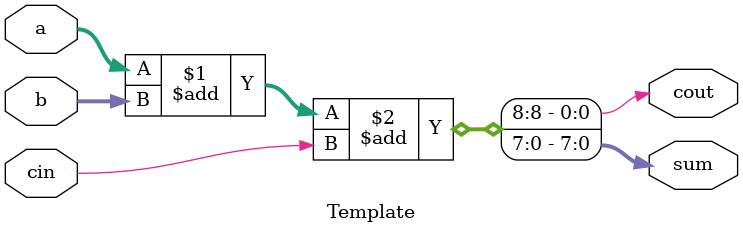
<source format=v>
module Template(cout,sum,a,b,cin);

output[7:0] sum;
output cout;
input [7:0] a,b;
input cin;

assign {cout,sum} = a+b+cin;

endmodule
</source>
